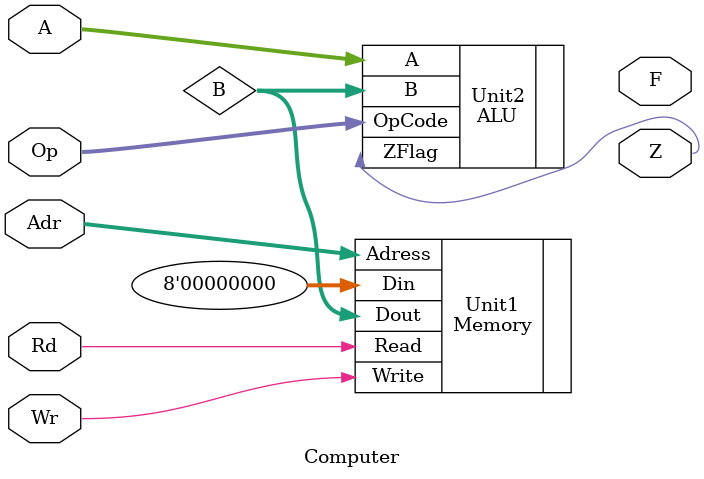
<source format=v>
module Computer(
    input [7:0] A,
    input [11:0] Adr,
    input [1:0] Op,
    input Rd,
    input Wr,

    output [15:0] F,
    output Z
);

    wire [7:0] B;

    Memory Unit1(
        .Din(8'b0),
        .Adress(Adr),
        .Read(Rd),
        .Write(Wr),
        .Dout(B)
    );

    ALU Unit2(
        .A(A),
        .B(B),
        .OpCode(Op),
        .ZFlag(Z)
    );


endmodule
</source>
